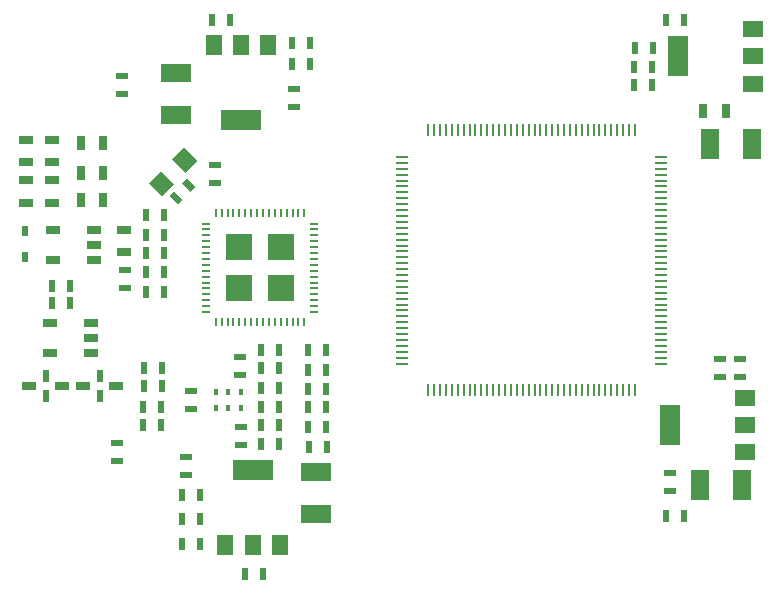
<source format=gtp>
G04 #@! TF.FileFunction,Paste,Top*
%FSLAX46Y46*%
G04 Gerber Fmt 4.6, Leading zero omitted, Abs format (unit mm)*
G04 Created by KiCad (PCBNEW 4.0.6) date 11/01/18 16:19:51*
%MOMM*%
%LPD*%
G01*
G04 APERTURE LIST*
%ADD10C,0.100000*%
%ADD11O,1.080000X0.252000*%
%ADD12O,0.252000X1.080000*%
%ADD13R,2.250000X2.250000*%
%ADD14R,0.720000X0.225000*%
%ADD15R,0.225000X0.720000*%
%ADD16R,1.028700X0.571500*%
%ADD17R,0.571500X1.028700*%
%ADD18R,1.600200X2.514600*%
%ADD19R,2.514600X1.600200*%
%ADD20R,0.800100X1.257300*%
%ADD21R,1.257300X0.800100*%
%ADD22R,0.539496X0.900684*%
%ADD23R,1.260000X0.720000*%
%ADD24R,0.540000X0.990000*%
%ADD25R,1.800000X1.350000*%
%ADD26R,1.800000X3.420000*%
%ADD27R,1.350000X1.800000*%
%ADD28R,3.420000X1.800000*%
%ADD29R,1.260000X0.684000*%
%ADD30R,0.382500X0.562500*%
G04 APERTURE END LIST*
D10*
D11*
X145620000Y-107810000D03*
X145620000Y-107310000D03*
X145620000Y-106810000D03*
X145620000Y-106310000D03*
X145620000Y-105810000D03*
X145620000Y-105310000D03*
X145620000Y-104810000D03*
X145620000Y-104310000D03*
X145620000Y-103810000D03*
X145620000Y-103310000D03*
X145620000Y-102810000D03*
X145620000Y-102310000D03*
X145620000Y-101810000D03*
X145620000Y-101310000D03*
X145620000Y-100810000D03*
X145620000Y-100310000D03*
X145620000Y-99810000D03*
X145620000Y-99310000D03*
X145620000Y-98810000D03*
X145620000Y-98310000D03*
X145620000Y-97810000D03*
X145620000Y-97310000D03*
X145620000Y-96810000D03*
X145620000Y-96310000D03*
X145620000Y-95810000D03*
X145620000Y-95310000D03*
X145620000Y-94810000D03*
X145620000Y-94310000D03*
X145620000Y-93810000D03*
X145620000Y-93310000D03*
X145620000Y-92810000D03*
X145620000Y-92310000D03*
X145620000Y-91810000D03*
X145620000Y-91310000D03*
X145620000Y-90810000D03*
X145620000Y-90310000D03*
D12*
X143370000Y-88060000D03*
X142870000Y-88060000D03*
X142370000Y-88060000D03*
X141870000Y-88060000D03*
X141370000Y-88060000D03*
X140870000Y-88060000D03*
X140370000Y-88060000D03*
X139870000Y-88060000D03*
X139370000Y-88060000D03*
X138870000Y-88060000D03*
X138370000Y-88060000D03*
X137870000Y-88060000D03*
X137370000Y-88060000D03*
X136870000Y-88060000D03*
X136370000Y-88060000D03*
X135870000Y-88060000D03*
X135370000Y-88060000D03*
X134870000Y-88060000D03*
X134370000Y-88060000D03*
X133870000Y-88060000D03*
X133370000Y-88060000D03*
X132870000Y-88060000D03*
X132370000Y-88060000D03*
X131870000Y-88060000D03*
X131370000Y-88060000D03*
X130870000Y-88060000D03*
X130370000Y-88060000D03*
X129870000Y-88060000D03*
X129370000Y-88060000D03*
X128870000Y-88060000D03*
X128370000Y-88060000D03*
X127870000Y-88060000D03*
X127370000Y-88060000D03*
X126870000Y-88060000D03*
X126370000Y-88060000D03*
X125870000Y-88060000D03*
D11*
X123620000Y-90310000D03*
X123620000Y-90810000D03*
X123620000Y-91310000D03*
X123620000Y-91810000D03*
X123620000Y-92310000D03*
X123620000Y-92810000D03*
X123620000Y-93310000D03*
X123620000Y-93810000D03*
X123620000Y-94310000D03*
X123620000Y-94810000D03*
X123620000Y-95310000D03*
X123620000Y-95810000D03*
X123620000Y-96310000D03*
X123620000Y-96810000D03*
X123620000Y-97310000D03*
X123620000Y-97810000D03*
X123620000Y-98310000D03*
X123620000Y-98810000D03*
X123620000Y-99310000D03*
X123620000Y-99810000D03*
X123620000Y-100310000D03*
X123620000Y-100810000D03*
X123620000Y-101310000D03*
X123620000Y-101810000D03*
X123620000Y-102310000D03*
X123620000Y-102810000D03*
X123620000Y-103310000D03*
X123620000Y-103810000D03*
X123620000Y-104310000D03*
X123620000Y-104810000D03*
X123620000Y-105310000D03*
X123620000Y-105810000D03*
X123620000Y-106310000D03*
X123620000Y-106810000D03*
X123620000Y-107310000D03*
X123620000Y-107810000D03*
D12*
X125870000Y-110060000D03*
X126370000Y-110060000D03*
X126870000Y-110060000D03*
X127370000Y-110060000D03*
X127870000Y-110060000D03*
X128370000Y-110060000D03*
X128870000Y-110060000D03*
X129370000Y-110060000D03*
X129870000Y-110060000D03*
X130370000Y-110060000D03*
X130870000Y-110060000D03*
X131370000Y-110060000D03*
X131870000Y-110060000D03*
X132370000Y-110060000D03*
X132870000Y-110060000D03*
X133370000Y-110060000D03*
X133870000Y-110060000D03*
X134370000Y-110060000D03*
X134870000Y-110060000D03*
X135370000Y-110060000D03*
X135870000Y-110060000D03*
X136370000Y-110060000D03*
X136870000Y-110060000D03*
X137370000Y-110060000D03*
X137870000Y-110060000D03*
X138370000Y-110060000D03*
X138870000Y-110060000D03*
X139370000Y-110060000D03*
X139870000Y-110060000D03*
X140370000Y-110060000D03*
X140870000Y-110060000D03*
X141370000Y-110060000D03*
X141870000Y-110060000D03*
X142370000Y-110060000D03*
X142870000Y-110060000D03*
X143370000Y-110060000D03*
D13*
X109883000Y-101445000D03*
X109883000Y-97945000D03*
X113383000Y-97945000D03*
D14*
X116233000Y-103445000D03*
X116233000Y-102945000D03*
X116233000Y-102445000D03*
X116233000Y-101945000D03*
X116233000Y-101445000D03*
X116233000Y-100945000D03*
X116233000Y-100445000D03*
X116233000Y-99945000D03*
X116233000Y-99445000D03*
X116233000Y-98945000D03*
X116233000Y-98445000D03*
X116233000Y-97945000D03*
X116233000Y-97445000D03*
X116233000Y-96945000D03*
X116233000Y-96445000D03*
X116233000Y-95945000D03*
D15*
X115383000Y-95095000D03*
X114883000Y-95095000D03*
X114383000Y-95095000D03*
X113883000Y-95095000D03*
X113383000Y-95095000D03*
X112883000Y-95095000D03*
X112383000Y-95095000D03*
X111883000Y-95095000D03*
X111383000Y-95095000D03*
X110883000Y-95095000D03*
X110383000Y-95095000D03*
X109883000Y-95095000D03*
X109383000Y-95095000D03*
X108883000Y-95095000D03*
X108383000Y-95095000D03*
X107883000Y-95095000D03*
D14*
X107033000Y-95945000D03*
X107033000Y-96445000D03*
X107033000Y-96945000D03*
X107033000Y-97445000D03*
X107033000Y-97945000D03*
X107033000Y-98445000D03*
X107033000Y-98945000D03*
X107033000Y-99445000D03*
X107033000Y-99945000D03*
X107033000Y-100445000D03*
X107033000Y-100945000D03*
X107033000Y-101445000D03*
X107033000Y-101945000D03*
X107033000Y-102445000D03*
X107033000Y-102945000D03*
X107033000Y-103445000D03*
D15*
X107883000Y-104295000D03*
X108383000Y-104295000D03*
X108883000Y-104295000D03*
X109383000Y-104295000D03*
X109883000Y-104295000D03*
X110383000Y-104295000D03*
X110883000Y-104295000D03*
X111383000Y-104295000D03*
X111883000Y-104295000D03*
X112383000Y-104295000D03*
X112883000Y-104295000D03*
X113383000Y-104295000D03*
X113883000Y-104295000D03*
X114383000Y-104295000D03*
X114883000Y-104295000D03*
X115383000Y-104295000D03*
D13*
X113383000Y-101445000D03*
D16*
X152300000Y-108962000D03*
X152300000Y-107438000D03*
D17*
X111862000Y-125600000D03*
X110338000Y-125600000D03*
X107538000Y-78700000D03*
X109062000Y-78700000D03*
X147562000Y-120700000D03*
X146038000Y-120700000D03*
X105038000Y-118900000D03*
X106562000Y-118900000D03*
D16*
X114500000Y-86062000D03*
X114500000Y-84538000D03*
X150600000Y-108962000D03*
X150600000Y-107438000D03*
D17*
X105038000Y-121000000D03*
X106562000Y-121000000D03*
X115862000Y-80700000D03*
X114338000Y-80700000D03*
D16*
X146300000Y-117038000D03*
X146300000Y-118562000D03*
D17*
X105038000Y-123100000D03*
X106562000Y-123100000D03*
X115862000Y-82400000D03*
X114338000Y-82400000D03*
D18*
X148922000Y-118100000D03*
X152478000Y-118100000D03*
D19*
X116400000Y-117022000D03*
X116400000Y-120578000D03*
X104500000Y-86778000D03*
X104500000Y-83222000D03*
D17*
X147562000Y-78700000D03*
X146038000Y-78700000D03*
X144902000Y-81060000D03*
X143378000Y-81060000D03*
X144842000Y-84260000D03*
X143318000Y-84260000D03*
X144822000Y-82690000D03*
X143298000Y-82690000D03*
D18*
X149722000Y-89200000D03*
X153278000Y-89200000D03*
D16*
X99949000Y-84963000D03*
X99949000Y-83439000D03*
X99490000Y-114498000D03*
X99490000Y-116022000D03*
D20*
X96456500Y-89154000D03*
X98361500Y-89154000D03*
D21*
X91821000Y-90741500D03*
X91821000Y-88836500D03*
D20*
X96456500Y-91694000D03*
X98361500Y-91694000D03*
D21*
X91821000Y-94170500D03*
X91821000Y-92265500D03*
D20*
X96456500Y-93980000D03*
X98361500Y-93980000D03*
D10*
G36*
X103340691Y-93638822D02*
X102195178Y-92493309D01*
X103213411Y-91475076D01*
X104358924Y-92620589D01*
X103340691Y-93638822D01*
X103340691Y-93638822D01*
G37*
G36*
X105320589Y-91658924D02*
X104175076Y-90513411D01*
X105193309Y-89495178D01*
X106338822Y-90640691D01*
X105320589Y-91658924D01*
X105320589Y-91658924D01*
G37*
D17*
X101981000Y-101727000D03*
X103505000Y-101727000D03*
D10*
G36*
X104651830Y-94322571D02*
X103924429Y-93595170D01*
X104328540Y-93191059D01*
X105055941Y-93918460D01*
X104651830Y-94322571D01*
X104651830Y-94322571D01*
G37*
G36*
X105729460Y-93244941D02*
X105002059Y-92517540D01*
X105406170Y-92113429D01*
X106133571Y-92840830D01*
X105729460Y-93244941D01*
X105729460Y-93244941D01*
G37*
D16*
X107790000Y-90998000D03*
X107790000Y-92522000D03*
D17*
X101981000Y-95250000D03*
X103505000Y-95250000D03*
D21*
X100076000Y-98361500D03*
X100076000Y-96456500D03*
D17*
X95562000Y-102700000D03*
X94038000Y-102700000D03*
X103505000Y-98425000D03*
X101981000Y-98425000D03*
X103505000Y-96901000D03*
X101981000Y-96901000D03*
X115697000Y-106680000D03*
X117221000Y-106680000D03*
X113201000Y-111506000D03*
X111677000Y-111506000D03*
X103292000Y-108220000D03*
X101768000Y-108220000D03*
X115697000Y-108331000D03*
X117221000Y-108331000D03*
X113201000Y-109855000D03*
X111677000Y-109855000D03*
X103292000Y-109710000D03*
X101768000Y-109710000D03*
X115697000Y-109982000D03*
X117221000Y-109982000D03*
X113201000Y-108204000D03*
X111677000Y-108204000D03*
D16*
X100170000Y-101402000D03*
X100170000Y-99878000D03*
D17*
X115697000Y-111506000D03*
X117221000Y-111506000D03*
X113201000Y-106680000D03*
X111677000Y-106680000D03*
X103212000Y-111460000D03*
X101688000Y-111460000D03*
X115697000Y-113157000D03*
X117221000Y-113157000D03*
X113201000Y-113030000D03*
X111677000Y-113030000D03*
X103252000Y-113000000D03*
X101728000Y-113000000D03*
D16*
X105800000Y-110138000D03*
X105800000Y-111662000D03*
D22*
X91694000Y-96563180D03*
X91694000Y-98762820D03*
D23*
X99469063Y-109727937D03*
D24*
X98044063Y-108877937D03*
X98044063Y-110577938D03*
D23*
X96619062Y-109727937D03*
X94897063Y-109727937D03*
D24*
X93472063Y-108877937D03*
X93472063Y-110577938D03*
D23*
X92047062Y-109727937D03*
D17*
X94038000Y-101200000D03*
X95562000Y-101200000D03*
X115738000Y-114900000D03*
X117262000Y-114900000D03*
X113262000Y-114600000D03*
X111738000Y-114600000D03*
D16*
X105400000Y-115738000D03*
X105400000Y-117262000D03*
X110000000Y-113138000D03*
X110000000Y-114662000D03*
D25*
X152650063Y-115300063D03*
X152650063Y-113000063D03*
X152650063Y-110700062D03*
D26*
X146350062Y-113000063D03*
D27*
X108699937Y-123150063D03*
X110999937Y-123150063D03*
X113299938Y-123150063D03*
D28*
X110999937Y-116850062D03*
D27*
X112300063Y-80849937D03*
X110000063Y-80849937D03*
X107700062Y-80849937D03*
D28*
X110000063Y-87149938D03*
D25*
X153350063Y-84100063D03*
X153350063Y-81800063D03*
X153350063Y-79500062D03*
D26*
X147050062Y-81800063D03*
D21*
X94000000Y-88847500D03*
X94000000Y-90752500D03*
X93980000Y-92265500D03*
X93980000Y-94170500D03*
D20*
X151052500Y-86400000D03*
X149147500Y-86400000D03*
D17*
X103505000Y-100076000D03*
X101981000Y-100076000D03*
D29*
X93853000Y-104394000D03*
X93853000Y-106934000D03*
X97283000Y-106934000D03*
X97283000Y-105664000D03*
X97283000Y-104394000D03*
X94107000Y-96520000D03*
X94107000Y-99060000D03*
X97537000Y-99060000D03*
X97537000Y-97790000D03*
X97537000Y-96520000D03*
D30*
X107900000Y-111600000D03*
X108940000Y-111600000D03*
X109980000Y-111600000D03*
X109980000Y-110200000D03*
X108940000Y-110200000D03*
X107900000Y-110200000D03*
D16*
X109900000Y-107238000D03*
X109900000Y-108762000D03*
M02*

</source>
